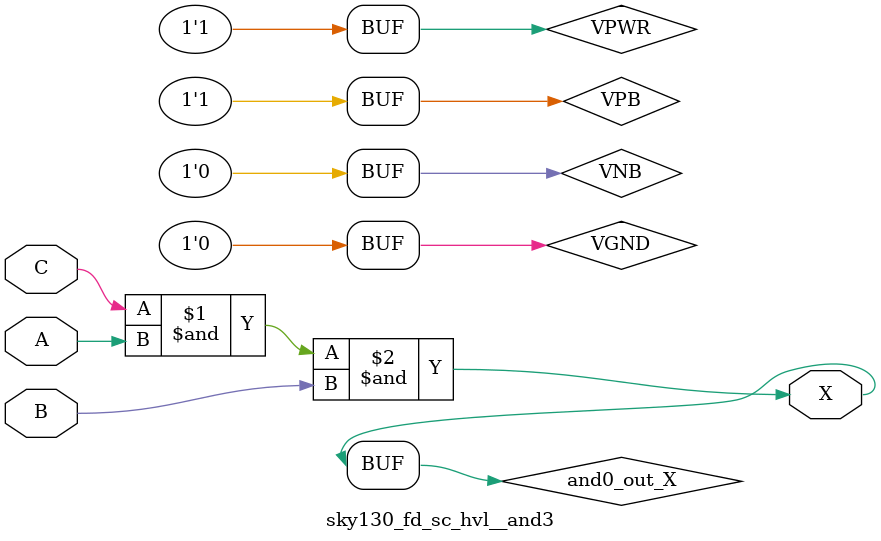
<source format=v>
/*
 * Copyright 2020 The SkyWater PDK Authors
 *
 * Licensed under the Apache License, Version 2.0 (the "License");
 * you may not use this file except in compliance with the License.
 * You may obtain a copy of the License at
 *
 *     https://www.apache.org/licenses/LICENSE-2.0
 *
 * Unless required by applicable law or agreed to in writing, software
 * distributed under the License is distributed on an "AS IS" BASIS,
 * WITHOUT WARRANTIES OR CONDITIONS OF ANY KIND, either express or implied.
 * See the License for the specific language governing permissions and
 * limitations under the License.
 *
 * SPDX-License-Identifier: Apache-2.0
*/


`ifndef SKY130_FD_SC_HVL__AND3_BEHAVIORAL_V
`define SKY130_FD_SC_HVL__AND3_BEHAVIORAL_V

/**
 * and3: 3-input AND.
 *
 * Verilog simulation functional model.
 */

`timescale 1ns / 1ps
`default_nettype none

`celldefine
module sky130_fd_sc_hvl__and3 (
    X,
    A,
    B,
    C
);

    // Module ports
    output X;
    input  A;
    input  B;
    input  C;

    // Module supplies
    supply1 VPWR;
    supply0 VGND;
    supply1 VPB ;
    supply0 VNB ;

    // Local signals
    wire and0_out_X;

    //  Name  Output      Other arguments
    and and0 (and0_out_X, C, A, B        );
    buf buf0 (X         , and0_out_X     );

endmodule
`endcelldefine

`default_nettype wire
`endif  // SKY130_FD_SC_HVL__AND3_BEHAVIORAL_V
</source>
